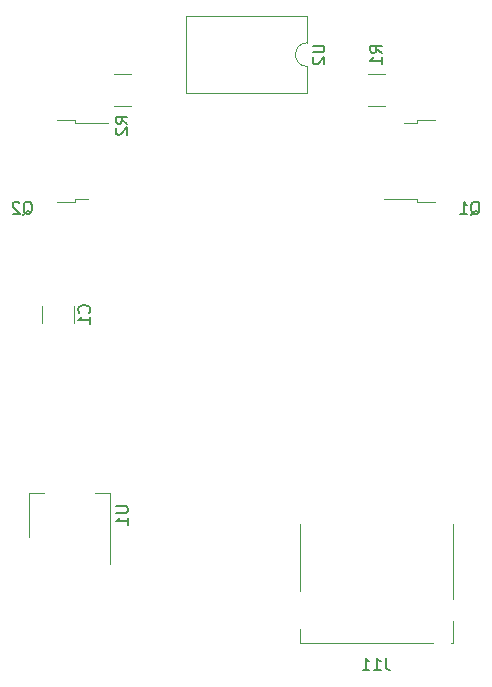
<source format=gbr>
%TF.GenerationSoftware,KiCad,Pcbnew,(6.0.1)*%
%TF.CreationDate,2022-02-20T19:29:58+01:00*%
%TF.ProjectId,NANOFC,4e414e4f-4643-42e6-9b69-6361645f7063,rev?*%
%TF.SameCoordinates,Original*%
%TF.FileFunction,Legend,Bot*%
%TF.FilePolarity,Positive*%
%FSLAX46Y46*%
G04 Gerber Fmt 4.6, Leading zero omitted, Abs format (unit mm)*
G04 Created by KiCad (PCBNEW (6.0.1)) date 2022-02-20 19:29:58*
%MOMM*%
%LPD*%
G01*
G04 APERTURE LIST*
%ADD10C,0.150000*%
%ADD11C,0.120000*%
G04 APERTURE END LIST*
D10*
%TO.C,J11*%
X186784523Y-120077380D02*
X186784523Y-120791666D01*
X186832142Y-120934523D01*
X186927380Y-121029761D01*
X187070238Y-121077380D01*
X187165476Y-121077380D01*
X185784523Y-121077380D02*
X186355952Y-121077380D01*
X186070238Y-121077380D02*
X186070238Y-120077380D01*
X186165476Y-120220238D01*
X186260714Y-120315476D01*
X186355952Y-120363095D01*
X184832142Y-121077380D02*
X185403571Y-121077380D01*
X185117857Y-121077380D02*
X185117857Y-120077380D01*
X185213095Y-120220238D01*
X185308333Y-120315476D01*
X185403571Y-120363095D01*
%TO.C,Q1*%
X193995238Y-82547619D02*
X194090476Y-82500000D01*
X194185714Y-82404761D01*
X194328571Y-82261904D01*
X194423809Y-82214285D01*
X194519047Y-82214285D01*
X194471428Y-82452380D02*
X194566666Y-82404761D01*
X194661904Y-82309523D01*
X194709523Y-82119047D01*
X194709523Y-81785714D01*
X194661904Y-81595238D01*
X194566666Y-81500000D01*
X194471428Y-81452380D01*
X194280952Y-81452380D01*
X194185714Y-81500000D01*
X194090476Y-81595238D01*
X194042857Y-81785714D01*
X194042857Y-82119047D01*
X194090476Y-82309523D01*
X194185714Y-82404761D01*
X194280952Y-82452380D01*
X194471428Y-82452380D01*
X193090476Y-82452380D02*
X193661904Y-82452380D01*
X193376190Y-82452380D02*
X193376190Y-81452380D01*
X193471428Y-81595238D01*
X193566666Y-81690476D01*
X193661904Y-81738095D01*
%TO.C,R1*%
X186452380Y-68833333D02*
X185976190Y-68500000D01*
X186452380Y-68261904D02*
X185452380Y-68261904D01*
X185452380Y-68642857D01*
X185500000Y-68738095D01*
X185547619Y-68785714D01*
X185642857Y-68833333D01*
X185785714Y-68833333D01*
X185880952Y-68785714D01*
X185928571Y-68738095D01*
X185976190Y-68642857D01*
X185976190Y-68261904D01*
X186452380Y-69785714D02*
X186452380Y-69214285D01*
X186452380Y-69500000D02*
X185452380Y-69500000D01*
X185595238Y-69404761D01*
X185690476Y-69309523D01*
X185738095Y-69214285D01*
%TO.C,C1*%
X161657142Y-90833333D02*
X161704761Y-90785714D01*
X161752380Y-90642857D01*
X161752380Y-90547619D01*
X161704761Y-90404761D01*
X161609523Y-90309523D01*
X161514285Y-90261904D01*
X161323809Y-90214285D01*
X161180952Y-90214285D01*
X160990476Y-90261904D01*
X160895238Y-90309523D01*
X160800000Y-90404761D01*
X160752380Y-90547619D01*
X160752380Y-90642857D01*
X160800000Y-90785714D01*
X160847619Y-90833333D01*
X161752380Y-91785714D02*
X161752380Y-91214285D01*
X161752380Y-91500000D02*
X160752380Y-91500000D01*
X160895238Y-91404761D01*
X160990476Y-91309523D01*
X161038095Y-91214285D01*
%TO.C,Q2*%
X156095238Y-82547619D02*
X156190476Y-82500000D01*
X156285714Y-82404761D01*
X156428571Y-82261904D01*
X156523809Y-82214285D01*
X156619047Y-82214285D01*
X156571428Y-82452380D02*
X156666666Y-82404761D01*
X156761904Y-82309523D01*
X156809523Y-82119047D01*
X156809523Y-81785714D01*
X156761904Y-81595238D01*
X156666666Y-81500000D01*
X156571428Y-81452380D01*
X156380952Y-81452380D01*
X156285714Y-81500000D01*
X156190476Y-81595238D01*
X156142857Y-81785714D01*
X156142857Y-82119047D01*
X156190476Y-82309523D01*
X156285714Y-82404761D01*
X156380952Y-82452380D01*
X156571428Y-82452380D01*
X155761904Y-81547619D02*
X155714285Y-81500000D01*
X155619047Y-81452380D01*
X155380952Y-81452380D01*
X155285714Y-81500000D01*
X155238095Y-81547619D01*
X155190476Y-81642857D01*
X155190476Y-81738095D01*
X155238095Y-81880952D01*
X155809523Y-82452380D01*
X155190476Y-82452380D01*
%TO.C,U1*%
X163952380Y-107238095D02*
X164761904Y-107238095D01*
X164857142Y-107285714D01*
X164904761Y-107333333D01*
X164952380Y-107428571D01*
X164952380Y-107619047D01*
X164904761Y-107714285D01*
X164857142Y-107761904D01*
X164761904Y-107809523D01*
X163952380Y-107809523D01*
X164952380Y-108809523D02*
X164952380Y-108238095D01*
X164952380Y-108523809D02*
X163952380Y-108523809D01*
X164095238Y-108428571D01*
X164190476Y-108333333D01*
X164238095Y-108238095D01*
%TO.C,U2*%
X180592380Y-68238095D02*
X181401904Y-68238095D01*
X181497142Y-68285714D01*
X181544761Y-68333333D01*
X181592380Y-68428571D01*
X181592380Y-68619047D01*
X181544761Y-68714285D01*
X181497142Y-68761904D01*
X181401904Y-68809523D01*
X180592380Y-68809523D01*
X180687619Y-69238095D02*
X180640000Y-69285714D01*
X180592380Y-69380952D01*
X180592380Y-69619047D01*
X180640000Y-69714285D01*
X180687619Y-69761904D01*
X180782857Y-69809523D01*
X180878095Y-69809523D01*
X181020952Y-69761904D01*
X181592380Y-69190476D01*
X181592380Y-69809523D01*
%TO.C,R2*%
X164914880Y-74833333D02*
X164438690Y-74500000D01*
X164914880Y-74261904D02*
X163914880Y-74261904D01*
X163914880Y-74642857D01*
X163962500Y-74738095D01*
X164010119Y-74785714D01*
X164105357Y-74833333D01*
X164248214Y-74833333D01*
X164343452Y-74785714D01*
X164391071Y-74738095D01*
X164438690Y-74642857D01*
X164438690Y-74261904D01*
X164010119Y-75214285D02*
X163962500Y-75261904D01*
X163914880Y-75357142D01*
X163914880Y-75595238D01*
X163962500Y-75690476D01*
X164010119Y-75738095D01*
X164105357Y-75785714D01*
X164200595Y-75785714D01*
X164343452Y-75738095D01*
X164914880Y-75166666D01*
X164914880Y-75785714D01*
D11*
%TO.C,J11*%
X192435000Y-118785000D02*
X192435000Y-116975000D01*
X179565000Y-118785000D02*
X190825000Y-118785000D01*
X192325000Y-118785000D02*
X192435000Y-118785000D01*
X179565000Y-114375000D02*
X179565000Y-108775000D01*
X179565000Y-117625000D02*
X179565000Y-118785000D01*
X192435000Y-115075000D02*
X192435000Y-108775000D01*
%TO.C,Q1*%
X190930000Y-81450000D02*
X189430000Y-81450000D01*
X189430000Y-81450000D02*
X189430000Y-81180000D01*
X189430000Y-81180000D02*
X186600000Y-81180000D01*
X189430000Y-74820000D02*
X188330000Y-74820000D01*
X189430000Y-74550000D02*
X189430000Y-74820000D01*
X190930000Y-74550000D02*
X189430000Y-74550000D01*
%TO.C,R1*%
X186723737Y-73355000D02*
X185276263Y-73355000D01*
X186723737Y-70645000D02*
X185276263Y-70645000D01*
%TO.C,C1*%
X157640000Y-91711252D02*
X157640000Y-90288748D01*
X160360000Y-91711252D02*
X160360000Y-90288748D01*
%TO.C,Q2*%
X160470000Y-74820000D02*
X163300000Y-74820000D01*
X158970000Y-74550000D02*
X160470000Y-74550000D01*
X160470000Y-81450000D02*
X160470000Y-81180000D01*
X160470000Y-81180000D02*
X161570000Y-81180000D01*
X158970000Y-81450000D02*
X160470000Y-81450000D01*
X160470000Y-74550000D02*
X160470000Y-74820000D01*
%TO.C,U1*%
X156590000Y-109850000D02*
X156590000Y-106090000D01*
X163410000Y-112100000D02*
X163410000Y-106090000D01*
X163410000Y-106090000D02*
X162150000Y-106090000D01*
X156590000Y-106090000D02*
X157850000Y-106090000D01*
%TO.C,U2*%
X180140000Y-65765000D02*
X180140000Y-68000000D01*
X169860000Y-72235000D02*
X169860000Y-65765000D01*
X169860000Y-65765000D02*
X180140000Y-65765000D01*
X180140000Y-70000000D02*
X180140000Y-72235000D01*
X180140000Y-72235000D02*
X169860000Y-72235000D01*
X180140000Y-68000000D02*
G75*
G03*
X180140000Y-70000000I0J-1000000D01*
G01*
%TO.C,R2*%
X165186237Y-70645000D02*
X163738763Y-70645000D01*
X165186237Y-73355000D02*
X163738763Y-73355000D01*
%TD*%
M02*

</source>
